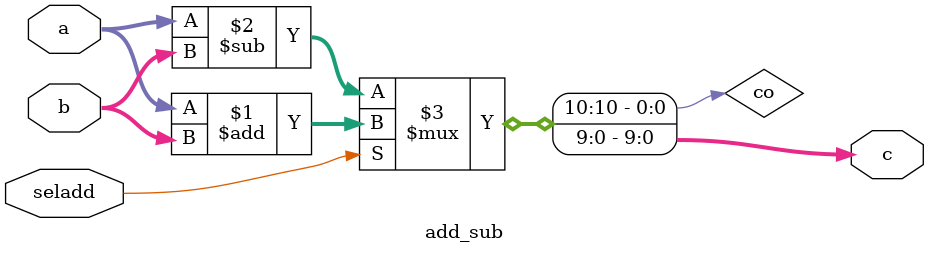
<source format=v>
module add_sub(input seladd, input[9:0]a,b,output [9:0]c);
  wire co;
  assign {co,c} = seladd ? a+b : a-b;
endmodule

</source>
